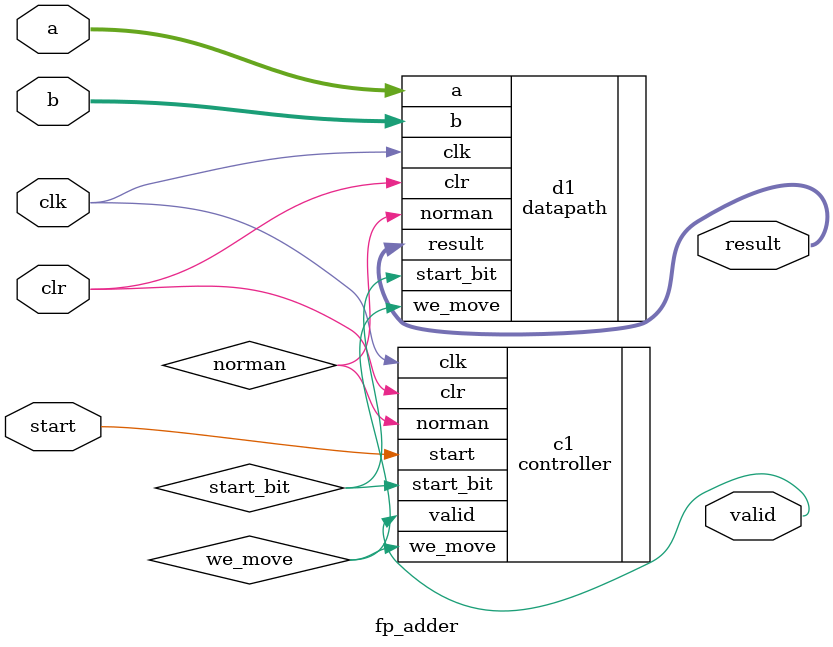
<source format=v>
`timescale 1ns / 1ps

module fp_adder(
    input [7:0] a, b,
    input clk, clr, start,
    output [7:0] result,
    output valid
    );
    wire we_move, start_bit, norman;
    controller c1(.clk(clk), .clr(clr), .we_move(we_move), .start(start), .start_bit(start_bit), .norman(norman), .valid(valid));
    datapath d1(.a(a), .b(b), .clk(clk), .clr(clr), .start_bit(start_bit), .norman(norman), .we_move(we_move), .result(result));
endmodule

</source>
